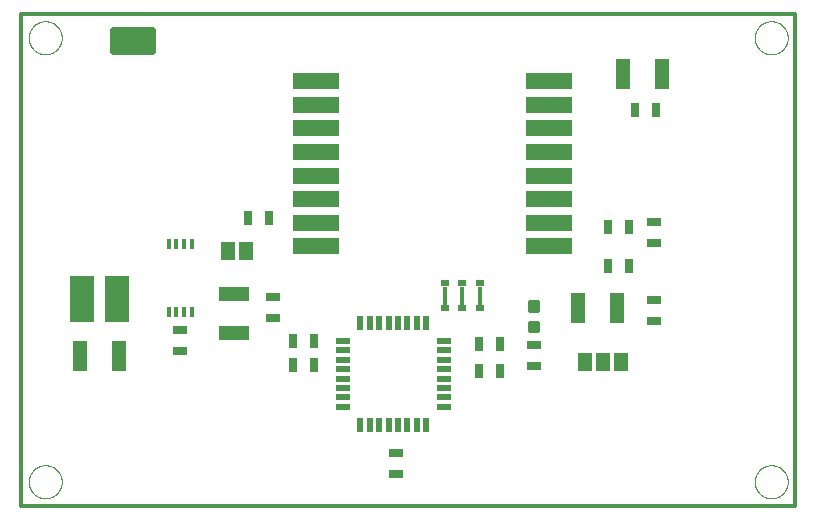
<source format=gtp>
G75*
%MOIN*%
%OFA0B0*%
%FSLAX25Y25*%
%IPPOS*%
%LPD*%
%AMOC8*
5,1,8,0,0,1.08239X$1,22.5*
%
%ADD10C,0.00000*%
%ADD11C,0.01200*%
%ADD12R,0.15748X0.05512*%
%ADD13R,0.04724X0.09843*%
%ADD14R,0.09843X0.04724*%
%ADD15R,0.07874X0.15748*%
%ADD16R,0.01575X0.03543*%
%ADD17R,0.04724X0.03150*%
%ADD18R,0.03150X0.04724*%
%ADD19R,0.04600X0.06300*%
%ADD20R,0.01575X0.06299*%
%ADD21R,0.03150X0.01969*%
%ADD22C,0.02362*%
%ADD23R,0.05000X0.02200*%
%ADD24R,0.02200X0.05000*%
%ADD25C,0.01181*%
D10*
X0004288Y0009800D02*
X0004290Y0009948D01*
X0004296Y0010096D01*
X0004306Y0010244D01*
X0004320Y0010391D01*
X0004338Y0010538D01*
X0004359Y0010684D01*
X0004385Y0010830D01*
X0004415Y0010975D01*
X0004448Y0011119D01*
X0004486Y0011262D01*
X0004527Y0011404D01*
X0004572Y0011545D01*
X0004620Y0011685D01*
X0004673Y0011824D01*
X0004729Y0011961D01*
X0004789Y0012096D01*
X0004852Y0012230D01*
X0004919Y0012362D01*
X0004990Y0012492D01*
X0005064Y0012620D01*
X0005141Y0012746D01*
X0005222Y0012870D01*
X0005306Y0012992D01*
X0005393Y0013111D01*
X0005484Y0013228D01*
X0005578Y0013343D01*
X0005674Y0013455D01*
X0005774Y0013565D01*
X0005876Y0013671D01*
X0005982Y0013775D01*
X0006090Y0013876D01*
X0006201Y0013974D01*
X0006314Y0014070D01*
X0006430Y0014162D01*
X0006548Y0014251D01*
X0006669Y0014336D01*
X0006792Y0014419D01*
X0006917Y0014498D01*
X0007044Y0014574D01*
X0007173Y0014646D01*
X0007304Y0014715D01*
X0007437Y0014780D01*
X0007572Y0014841D01*
X0007708Y0014899D01*
X0007845Y0014954D01*
X0007984Y0015004D01*
X0008125Y0015051D01*
X0008266Y0015094D01*
X0008409Y0015134D01*
X0008553Y0015169D01*
X0008697Y0015201D01*
X0008843Y0015228D01*
X0008989Y0015252D01*
X0009136Y0015272D01*
X0009283Y0015288D01*
X0009430Y0015300D01*
X0009578Y0015308D01*
X0009726Y0015312D01*
X0009874Y0015312D01*
X0010022Y0015308D01*
X0010170Y0015300D01*
X0010317Y0015288D01*
X0010464Y0015272D01*
X0010611Y0015252D01*
X0010757Y0015228D01*
X0010903Y0015201D01*
X0011047Y0015169D01*
X0011191Y0015134D01*
X0011334Y0015094D01*
X0011475Y0015051D01*
X0011616Y0015004D01*
X0011755Y0014954D01*
X0011892Y0014899D01*
X0012028Y0014841D01*
X0012163Y0014780D01*
X0012296Y0014715D01*
X0012427Y0014646D01*
X0012556Y0014574D01*
X0012683Y0014498D01*
X0012808Y0014419D01*
X0012931Y0014336D01*
X0013052Y0014251D01*
X0013170Y0014162D01*
X0013286Y0014070D01*
X0013399Y0013974D01*
X0013510Y0013876D01*
X0013618Y0013775D01*
X0013724Y0013671D01*
X0013826Y0013565D01*
X0013926Y0013455D01*
X0014022Y0013343D01*
X0014116Y0013228D01*
X0014207Y0013111D01*
X0014294Y0012992D01*
X0014378Y0012870D01*
X0014459Y0012746D01*
X0014536Y0012620D01*
X0014610Y0012492D01*
X0014681Y0012362D01*
X0014748Y0012230D01*
X0014811Y0012096D01*
X0014871Y0011961D01*
X0014927Y0011824D01*
X0014980Y0011685D01*
X0015028Y0011545D01*
X0015073Y0011404D01*
X0015114Y0011262D01*
X0015152Y0011119D01*
X0015185Y0010975D01*
X0015215Y0010830D01*
X0015241Y0010684D01*
X0015262Y0010538D01*
X0015280Y0010391D01*
X0015294Y0010244D01*
X0015304Y0010096D01*
X0015310Y0009948D01*
X0015312Y0009800D01*
X0015310Y0009652D01*
X0015304Y0009504D01*
X0015294Y0009356D01*
X0015280Y0009209D01*
X0015262Y0009062D01*
X0015241Y0008916D01*
X0015215Y0008770D01*
X0015185Y0008625D01*
X0015152Y0008481D01*
X0015114Y0008338D01*
X0015073Y0008196D01*
X0015028Y0008055D01*
X0014980Y0007915D01*
X0014927Y0007776D01*
X0014871Y0007639D01*
X0014811Y0007504D01*
X0014748Y0007370D01*
X0014681Y0007238D01*
X0014610Y0007108D01*
X0014536Y0006980D01*
X0014459Y0006854D01*
X0014378Y0006730D01*
X0014294Y0006608D01*
X0014207Y0006489D01*
X0014116Y0006372D01*
X0014022Y0006257D01*
X0013926Y0006145D01*
X0013826Y0006035D01*
X0013724Y0005929D01*
X0013618Y0005825D01*
X0013510Y0005724D01*
X0013399Y0005626D01*
X0013286Y0005530D01*
X0013170Y0005438D01*
X0013052Y0005349D01*
X0012931Y0005264D01*
X0012808Y0005181D01*
X0012683Y0005102D01*
X0012556Y0005026D01*
X0012427Y0004954D01*
X0012296Y0004885D01*
X0012163Y0004820D01*
X0012028Y0004759D01*
X0011892Y0004701D01*
X0011755Y0004646D01*
X0011616Y0004596D01*
X0011475Y0004549D01*
X0011334Y0004506D01*
X0011191Y0004466D01*
X0011047Y0004431D01*
X0010903Y0004399D01*
X0010757Y0004372D01*
X0010611Y0004348D01*
X0010464Y0004328D01*
X0010317Y0004312D01*
X0010170Y0004300D01*
X0010022Y0004292D01*
X0009874Y0004288D01*
X0009726Y0004288D01*
X0009578Y0004292D01*
X0009430Y0004300D01*
X0009283Y0004312D01*
X0009136Y0004328D01*
X0008989Y0004348D01*
X0008843Y0004372D01*
X0008697Y0004399D01*
X0008553Y0004431D01*
X0008409Y0004466D01*
X0008266Y0004506D01*
X0008125Y0004549D01*
X0007984Y0004596D01*
X0007845Y0004646D01*
X0007708Y0004701D01*
X0007572Y0004759D01*
X0007437Y0004820D01*
X0007304Y0004885D01*
X0007173Y0004954D01*
X0007044Y0005026D01*
X0006917Y0005102D01*
X0006792Y0005181D01*
X0006669Y0005264D01*
X0006548Y0005349D01*
X0006430Y0005438D01*
X0006314Y0005530D01*
X0006201Y0005626D01*
X0006090Y0005724D01*
X0005982Y0005825D01*
X0005876Y0005929D01*
X0005774Y0006035D01*
X0005674Y0006145D01*
X0005578Y0006257D01*
X0005484Y0006372D01*
X0005393Y0006489D01*
X0005306Y0006608D01*
X0005222Y0006730D01*
X0005141Y0006854D01*
X0005064Y0006980D01*
X0004990Y0007108D01*
X0004919Y0007238D01*
X0004852Y0007370D01*
X0004789Y0007504D01*
X0004729Y0007639D01*
X0004673Y0007776D01*
X0004620Y0007915D01*
X0004572Y0008055D01*
X0004527Y0008196D01*
X0004486Y0008338D01*
X0004448Y0008481D01*
X0004415Y0008625D01*
X0004385Y0008770D01*
X0004359Y0008916D01*
X0004338Y0009062D01*
X0004320Y0009209D01*
X0004306Y0009356D01*
X0004296Y0009504D01*
X0004290Y0009652D01*
X0004288Y0009800D01*
X0004288Y0157800D02*
X0004290Y0157948D01*
X0004296Y0158096D01*
X0004306Y0158244D01*
X0004320Y0158391D01*
X0004338Y0158538D01*
X0004359Y0158684D01*
X0004385Y0158830D01*
X0004415Y0158975D01*
X0004448Y0159119D01*
X0004486Y0159262D01*
X0004527Y0159404D01*
X0004572Y0159545D01*
X0004620Y0159685D01*
X0004673Y0159824D01*
X0004729Y0159961D01*
X0004789Y0160096D01*
X0004852Y0160230D01*
X0004919Y0160362D01*
X0004990Y0160492D01*
X0005064Y0160620D01*
X0005141Y0160746D01*
X0005222Y0160870D01*
X0005306Y0160992D01*
X0005393Y0161111D01*
X0005484Y0161228D01*
X0005578Y0161343D01*
X0005674Y0161455D01*
X0005774Y0161565D01*
X0005876Y0161671D01*
X0005982Y0161775D01*
X0006090Y0161876D01*
X0006201Y0161974D01*
X0006314Y0162070D01*
X0006430Y0162162D01*
X0006548Y0162251D01*
X0006669Y0162336D01*
X0006792Y0162419D01*
X0006917Y0162498D01*
X0007044Y0162574D01*
X0007173Y0162646D01*
X0007304Y0162715D01*
X0007437Y0162780D01*
X0007572Y0162841D01*
X0007708Y0162899D01*
X0007845Y0162954D01*
X0007984Y0163004D01*
X0008125Y0163051D01*
X0008266Y0163094D01*
X0008409Y0163134D01*
X0008553Y0163169D01*
X0008697Y0163201D01*
X0008843Y0163228D01*
X0008989Y0163252D01*
X0009136Y0163272D01*
X0009283Y0163288D01*
X0009430Y0163300D01*
X0009578Y0163308D01*
X0009726Y0163312D01*
X0009874Y0163312D01*
X0010022Y0163308D01*
X0010170Y0163300D01*
X0010317Y0163288D01*
X0010464Y0163272D01*
X0010611Y0163252D01*
X0010757Y0163228D01*
X0010903Y0163201D01*
X0011047Y0163169D01*
X0011191Y0163134D01*
X0011334Y0163094D01*
X0011475Y0163051D01*
X0011616Y0163004D01*
X0011755Y0162954D01*
X0011892Y0162899D01*
X0012028Y0162841D01*
X0012163Y0162780D01*
X0012296Y0162715D01*
X0012427Y0162646D01*
X0012556Y0162574D01*
X0012683Y0162498D01*
X0012808Y0162419D01*
X0012931Y0162336D01*
X0013052Y0162251D01*
X0013170Y0162162D01*
X0013286Y0162070D01*
X0013399Y0161974D01*
X0013510Y0161876D01*
X0013618Y0161775D01*
X0013724Y0161671D01*
X0013826Y0161565D01*
X0013926Y0161455D01*
X0014022Y0161343D01*
X0014116Y0161228D01*
X0014207Y0161111D01*
X0014294Y0160992D01*
X0014378Y0160870D01*
X0014459Y0160746D01*
X0014536Y0160620D01*
X0014610Y0160492D01*
X0014681Y0160362D01*
X0014748Y0160230D01*
X0014811Y0160096D01*
X0014871Y0159961D01*
X0014927Y0159824D01*
X0014980Y0159685D01*
X0015028Y0159545D01*
X0015073Y0159404D01*
X0015114Y0159262D01*
X0015152Y0159119D01*
X0015185Y0158975D01*
X0015215Y0158830D01*
X0015241Y0158684D01*
X0015262Y0158538D01*
X0015280Y0158391D01*
X0015294Y0158244D01*
X0015304Y0158096D01*
X0015310Y0157948D01*
X0015312Y0157800D01*
X0015310Y0157652D01*
X0015304Y0157504D01*
X0015294Y0157356D01*
X0015280Y0157209D01*
X0015262Y0157062D01*
X0015241Y0156916D01*
X0015215Y0156770D01*
X0015185Y0156625D01*
X0015152Y0156481D01*
X0015114Y0156338D01*
X0015073Y0156196D01*
X0015028Y0156055D01*
X0014980Y0155915D01*
X0014927Y0155776D01*
X0014871Y0155639D01*
X0014811Y0155504D01*
X0014748Y0155370D01*
X0014681Y0155238D01*
X0014610Y0155108D01*
X0014536Y0154980D01*
X0014459Y0154854D01*
X0014378Y0154730D01*
X0014294Y0154608D01*
X0014207Y0154489D01*
X0014116Y0154372D01*
X0014022Y0154257D01*
X0013926Y0154145D01*
X0013826Y0154035D01*
X0013724Y0153929D01*
X0013618Y0153825D01*
X0013510Y0153724D01*
X0013399Y0153626D01*
X0013286Y0153530D01*
X0013170Y0153438D01*
X0013052Y0153349D01*
X0012931Y0153264D01*
X0012808Y0153181D01*
X0012683Y0153102D01*
X0012556Y0153026D01*
X0012427Y0152954D01*
X0012296Y0152885D01*
X0012163Y0152820D01*
X0012028Y0152759D01*
X0011892Y0152701D01*
X0011755Y0152646D01*
X0011616Y0152596D01*
X0011475Y0152549D01*
X0011334Y0152506D01*
X0011191Y0152466D01*
X0011047Y0152431D01*
X0010903Y0152399D01*
X0010757Y0152372D01*
X0010611Y0152348D01*
X0010464Y0152328D01*
X0010317Y0152312D01*
X0010170Y0152300D01*
X0010022Y0152292D01*
X0009874Y0152288D01*
X0009726Y0152288D01*
X0009578Y0152292D01*
X0009430Y0152300D01*
X0009283Y0152312D01*
X0009136Y0152328D01*
X0008989Y0152348D01*
X0008843Y0152372D01*
X0008697Y0152399D01*
X0008553Y0152431D01*
X0008409Y0152466D01*
X0008266Y0152506D01*
X0008125Y0152549D01*
X0007984Y0152596D01*
X0007845Y0152646D01*
X0007708Y0152701D01*
X0007572Y0152759D01*
X0007437Y0152820D01*
X0007304Y0152885D01*
X0007173Y0152954D01*
X0007044Y0153026D01*
X0006917Y0153102D01*
X0006792Y0153181D01*
X0006669Y0153264D01*
X0006548Y0153349D01*
X0006430Y0153438D01*
X0006314Y0153530D01*
X0006201Y0153626D01*
X0006090Y0153724D01*
X0005982Y0153825D01*
X0005876Y0153929D01*
X0005774Y0154035D01*
X0005674Y0154145D01*
X0005578Y0154257D01*
X0005484Y0154372D01*
X0005393Y0154489D01*
X0005306Y0154608D01*
X0005222Y0154730D01*
X0005141Y0154854D01*
X0005064Y0154980D01*
X0004990Y0155108D01*
X0004919Y0155238D01*
X0004852Y0155370D01*
X0004789Y0155504D01*
X0004729Y0155639D01*
X0004673Y0155776D01*
X0004620Y0155915D01*
X0004572Y0156055D01*
X0004527Y0156196D01*
X0004486Y0156338D01*
X0004448Y0156481D01*
X0004415Y0156625D01*
X0004385Y0156770D01*
X0004359Y0156916D01*
X0004338Y0157062D01*
X0004320Y0157209D01*
X0004306Y0157356D01*
X0004296Y0157504D01*
X0004290Y0157652D01*
X0004288Y0157800D01*
X0246288Y0157800D02*
X0246290Y0157948D01*
X0246296Y0158096D01*
X0246306Y0158244D01*
X0246320Y0158391D01*
X0246338Y0158538D01*
X0246359Y0158684D01*
X0246385Y0158830D01*
X0246415Y0158975D01*
X0246448Y0159119D01*
X0246486Y0159262D01*
X0246527Y0159404D01*
X0246572Y0159545D01*
X0246620Y0159685D01*
X0246673Y0159824D01*
X0246729Y0159961D01*
X0246789Y0160096D01*
X0246852Y0160230D01*
X0246919Y0160362D01*
X0246990Y0160492D01*
X0247064Y0160620D01*
X0247141Y0160746D01*
X0247222Y0160870D01*
X0247306Y0160992D01*
X0247393Y0161111D01*
X0247484Y0161228D01*
X0247578Y0161343D01*
X0247674Y0161455D01*
X0247774Y0161565D01*
X0247876Y0161671D01*
X0247982Y0161775D01*
X0248090Y0161876D01*
X0248201Y0161974D01*
X0248314Y0162070D01*
X0248430Y0162162D01*
X0248548Y0162251D01*
X0248669Y0162336D01*
X0248792Y0162419D01*
X0248917Y0162498D01*
X0249044Y0162574D01*
X0249173Y0162646D01*
X0249304Y0162715D01*
X0249437Y0162780D01*
X0249572Y0162841D01*
X0249708Y0162899D01*
X0249845Y0162954D01*
X0249984Y0163004D01*
X0250125Y0163051D01*
X0250266Y0163094D01*
X0250409Y0163134D01*
X0250553Y0163169D01*
X0250697Y0163201D01*
X0250843Y0163228D01*
X0250989Y0163252D01*
X0251136Y0163272D01*
X0251283Y0163288D01*
X0251430Y0163300D01*
X0251578Y0163308D01*
X0251726Y0163312D01*
X0251874Y0163312D01*
X0252022Y0163308D01*
X0252170Y0163300D01*
X0252317Y0163288D01*
X0252464Y0163272D01*
X0252611Y0163252D01*
X0252757Y0163228D01*
X0252903Y0163201D01*
X0253047Y0163169D01*
X0253191Y0163134D01*
X0253334Y0163094D01*
X0253475Y0163051D01*
X0253616Y0163004D01*
X0253755Y0162954D01*
X0253892Y0162899D01*
X0254028Y0162841D01*
X0254163Y0162780D01*
X0254296Y0162715D01*
X0254427Y0162646D01*
X0254556Y0162574D01*
X0254683Y0162498D01*
X0254808Y0162419D01*
X0254931Y0162336D01*
X0255052Y0162251D01*
X0255170Y0162162D01*
X0255286Y0162070D01*
X0255399Y0161974D01*
X0255510Y0161876D01*
X0255618Y0161775D01*
X0255724Y0161671D01*
X0255826Y0161565D01*
X0255926Y0161455D01*
X0256022Y0161343D01*
X0256116Y0161228D01*
X0256207Y0161111D01*
X0256294Y0160992D01*
X0256378Y0160870D01*
X0256459Y0160746D01*
X0256536Y0160620D01*
X0256610Y0160492D01*
X0256681Y0160362D01*
X0256748Y0160230D01*
X0256811Y0160096D01*
X0256871Y0159961D01*
X0256927Y0159824D01*
X0256980Y0159685D01*
X0257028Y0159545D01*
X0257073Y0159404D01*
X0257114Y0159262D01*
X0257152Y0159119D01*
X0257185Y0158975D01*
X0257215Y0158830D01*
X0257241Y0158684D01*
X0257262Y0158538D01*
X0257280Y0158391D01*
X0257294Y0158244D01*
X0257304Y0158096D01*
X0257310Y0157948D01*
X0257312Y0157800D01*
X0257310Y0157652D01*
X0257304Y0157504D01*
X0257294Y0157356D01*
X0257280Y0157209D01*
X0257262Y0157062D01*
X0257241Y0156916D01*
X0257215Y0156770D01*
X0257185Y0156625D01*
X0257152Y0156481D01*
X0257114Y0156338D01*
X0257073Y0156196D01*
X0257028Y0156055D01*
X0256980Y0155915D01*
X0256927Y0155776D01*
X0256871Y0155639D01*
X0256811Y0155504D01*
X0256748Y0155370D01*
X0256681Y0155238D01*
X0256610Y0155108D01*
X0256536Y0154980D01*
X0256459Y0154854D01*
X0256378Y0154730D01*
X0256294Y0154608D01*
X0256207Y0154489D01*
X0256116Y0154372D01*
X0256022Y0154257D01*
X0255926Y0154145D01*
X0255826Y0154035D01*
X0255724Y0153929D01*
X0255618Y0153825D01*
X0255510Y0153724D01*
X0255399Y0153626D01*
X0255286Y0153530D01*
X0255170Y0153438D01*
X0255052Y0153349D01*
X0254931Y0153264D01*
X0254808Y0153181D01*
X0254683Y0153102D01*
X0254556Y0153026D01*
X0254427Y0152954D01*
X0254296Y0152885D01*
X0254163Y0152820D01*
X0254028Y0152759D01*
X0253892Y0152701D01*
X0253755Y0152646D01*
X0253616Y0152596D01*
X0253475Y0152549D01*
X0253334Y0152506D01*
X0253191Y0152466D01*
X0253047Y0152431D01*
X0252903Y0152399D01*
X0252757Y0152372D01*
X0252611Y0152348D01*
X0252464Y0152328D01*
X0252317Y0152312D01*
X0252170Y0152300D01*
X0252022Y0152292D01*
X0251874Y0152288D01*
X0251726Y0152288D01*
X0251578Y0152292D01*
X0251430Y0152300D01*
X0251283Y0152312D01*
X0251136Y0152328D01*
X0250989Y0152348D01*
X0250843Y0152372D01*
X0250697Y0152399D01*
X0250553Y0152431D01*
X0250409Y0152466D01*
X0250266Y0152506D01*
X0250125Y0152549D01*
X0249984Y0152596D01*
X0249845Y0152646D01*
X0249708Y0152701D01*
X0249572Y0152759D01*
X0249437Y0152820D01*
X0249304Y0152885D01*
X0249173Y0152954D01*
X0249044Y0153026D01*
X0248917Y0153102D01*
X0248792Y0153181D01*
X0248669Y0153264D01*
X0248548Y0153349D01*
X0248430Y0153438D01*
X0248314Y0153530D01*
X0248201Y0153626D01*
X0248090Y0153724D01*
X0247982Y0153825D01*
X0247876Y0153929D01*
X0247774Y0154035D01*
X0247674Y0154145D01*
X0247578Y0154257D01*
X0247484Y0154372D01*
X0247393Y0154489D01*
X0247306Y0154608D01*
X0247222Y0154730D01*
X0247141Y0154854D01*
X0247064Y0154980D01*
X0246990Y0155108D01*
X0246919Y0155238D01*
X0246852Y0155370D01*
X0246789Y0155504D01*
X0246729Y0155639D01*
X0246673Y0155776D01*
X0246620Y0155915D01*
X0246572Y0156055D01*
X0246527Y0156196D01*
X0246486Y0156338D01*
X0246448Y0156481D01*
X0246415Y0156625D01*
X0246385Y0156770D01*
X0246359Y0156916D01*
X0246338Y0157062D01*
X0246320Y0157209D01*
X0246306Y0157356D01*
X0246296Y0157504D01*
X0246290Y0157652D01*
X0246288Y0157800D01*
X0246288Y0009800D02*
X0246290Y0009948D01*
X0246296Y0010096D01*
X0246306Y0010244D01*
X0246320Y0010391D01*
X0246338Y0010538D01*
X0246359Y0010684D01*
X0246385Y0010830D01*
X0246415Y0010975D01*
X0246448Y0011119D01*
X0246486Y0011262D01*
X0246527Y0011404D01*
X0246572Y0011545D01*
X0246620Y0011685D01*
X0246673Y0011824D01*
X0246729Y0011961D01*
X0246789Y0012096D01*
X0246852Y0012230D01*
X0246919Y0012362D01*
X0246990Y0012492D01*
X0247064Y0012620D01*
X0247141Y0012746D01*
X0247222Y0012870D01*
X0247306Y0012992D01*
X0247393Y0013111D01*
X0247484Y0013228D01*
X0247578Y0013343D01*
X0247674Y0013455D01*
X0247774Y0013565D01*
X0247876Y0013671D01*
X0247982Y0013775D01*
X0248090Y0013876D01*
X0248201Y0013974D01*
X0248314Y0014070D01*
X0248430Y0014162D01*
X0248548Y0014251D01*
X0248669Y0014336D01*
X0248792Y0014419D01*
X0248917Y0014498D01*
X0249044Y0014574D01*
X0249173Y0014646D01*
X0249304Y0014715D01*
X0249437Y0014780D01*
X0249572Y0014841D01*
X0249708Y0014899D01*
X0249845Y0014954D01*
X0249984Y0015004D01*
X0250125Y0015051D01*
X0250266Y0015094D01*
X0250409Y0015134D01*
X0250553Y0015169D01*
X0250697Y0015201D01*
X0250843Y0015228D01*
X0250989Y0015252D01*
X0251136Y0015272D01*
X0251283Y0015288D01*
X0251430Y0015300D01*
X0251578Y0015308D01*
X0251726Y0015312D01*
X0251874Y0015312D01*
X0252022Y0015308D01*
X0252170Y0015300D01*
X0252317Y0015288D01*
X0252464Y0015272D01*
X0252611Y0015252D01*
X0252757Y0015228D01*
X0252903Y0015201D01*
X0253047Y0015169D01*
X0253191Y0015134D01*
X0253334Y0015094D01*
X0253475Y0015051D01*
X0253616Y0015004D01*
X0253755Y0014954D01*
X0253892Y0014899D01*
X0254028Y0014841D01*
X0254163Y0014780D01*
X0254296Y0014715D01*
X0254427Y0014646D01*
X0254556Y0014574D01*
X0254683Y0014498D01*
X0254808Y0014419D01*
X0254931Y0014336D01*
X0255052Y0014251D01*
X0255170Y0014162D01*
X0255286Y0014070D01*
X0255399Y0013974D01*
X0255510Y0013876D01*
X0255618Y0013775D01*
X0255724Y0013671D01*
X0255826Y0013565D01*
X0255926Y0013455D01*
X0256022Y0013343D01*
X0256116Y0013228D01*
X0256207Y0013111D01*
X0256294Y0012992D01*
X0256378Y0012870D01*
X0256459Y0012746D01*
X0256536Y0012620D01*
X0256610Y0012492D01*
X0256681Y0012362D01*
X0256748Y0012230D01*
X0256811Y0012096D01*
X0256871Y0011961D01*
X0256927Y0011824D01*
X0256980Y0011685D01*
X0257028Y0011545D01*
X0257073Y0011404D01*
X0257114Y0011262D01*
X0257152Y0011119D01*
X0257185Y0010975D01*
X0257215Y0010830D01*
X0257241Y0010684D01*
X0257262Y0010538D01*
X0257280Y0010391D01*
X0257294Y0010244D01*
X0257304Y0010096D01*
X0257310Y0009948D01*
X0257312Y0009800D01*
X0257310Y0009652D01*
X0257304Y0009504D01*
X0257294Y0009356D01*
X0257280Y0009209D01*
X0257262Y0009062D01*
X0257241Y0008916D01*
X0257215Y0008770D01*
X0257185Y0008625D01*
X0257152Y0008481D01*
X0257114Y0008338D01*
X0257073Y0008196D01*
X0257028Y0008055D01*
X0256980Y0007915D01*
X0256927Y0007776D01*
X0256871Y0007639D01*
X0256811Y0007504D01*
X0256748Y0007370D01*
X0256681Y0007238D01*
X0256610Y0007108D01*
X0256536Y0006980D01*
X0256459Y0006854D01*
X0256378Y0006730D01*
X0256294Y0006608D01*
X0256207Y0006489D01*
X0256116Y0006372D01*
X0256022Y0006257D01*
X0255926Y0006145D01*
X0255826Y0006035D01*
X0255724Y0005929D01*
X0255618Y0005825D01*
X0255510Y0005724D01*
X0255399Y0005626D01*
X0255286Y0005530D01*
X0255170Y0005438D01*
X0255052Y0005349D01*
X0254931Y0005264D01*
X0254808Y0005181D01*
X0254683Y0005102D01*
X0254556Y0005026D01*
X0254427Y0004954D01*
X0254296Y0004885D01*
X0254163Y0004820D01*
X0254028Y0004759D01*
X0253892Y0004701D01*
X0253755Y0004646D01*
X0253616Y0004596D01*
X0253475Y0004549D01*
X0253334Y0004506D01*
X0253191Y0004466D01*
X0253047Y0004431D01*
X0252903Y0004399D01*
X0252757Y0004372D01*
X0252611Y0004348D01*
X0252464Y0004328D01*
X0252317Y0004312D01*
X0252170Y0004300D01*
X0252022Y0004292D01*
X0251874Y0004288D01*
X0251726Y0004288D01*
X0251578Y0004292D01*
X0251430Y0004300D01*
X0251283Y0004312D01*
X0251136Y0004328D01*
X0250989Y0004348D01*
X0250843Y0004372D01*
X0250697Y0004399D01*
X0250553Y0004431D01*
X0250409Y0004466D01*
X0250266Y0004506D01*
X0250125Y0004549D01*
X0249984Y0004596D01*
X0249845Y0004646D01*
X0249708Y0004701D01*
X0249572Y0004759D01*
X0249437Y0004820D01*
X0249304Y0004885D01*
X0249173Y0004954D01*
X0249044Y0005026D01*
X0248917Y0005102D01*
X0248792Y0005181D01*
X0248669Y0005264D01*
X0248548Y0005349D01*
X0248430Y0005438D01*
X0248314Y0005530D01*
X0248201Y0005626D01*
X0248090Y0005724D01*
X0247982Y0005825D01*
X0247876Y0005929D01*
X0247774Y0006035D01*
X0247674Y0006145D01*
X0247578Y0006257D01*
X0247484Y0006372D01*
X0247393Y0006489D01*
X0247306Y0006608D01*
X0247222Y0006730D01*
X0247141Y0006854D01*
X0247064Y0006980D01*
X0246990Y0007108D01*
X0246919Y0007238D01*
X0246852Y0007370D01*
X0246789Y0007504D01*
X0246729Y0007639D01*
X0246673Y0007776D01*
X0246620Y0007915D01*
X0246572Y0008055D01*
X0246527Y0008196D01*
X0246486Y0008338D01*
X0246448Y0008481D01*
X0246415Y0008625D01*
X0246385Y0008770D01*
X0246359Y0008916D01*
X0246338Y0009062D01*
X0246320Y0009209D01*
X0246306Y0009356D01*
X0246296Y0009504D01*
X0246290Y0009652D01*
X0246288Y0009800D01*
D11*
X0001800Y0001800D02*
X0001800Y0165501D01*
X0001800Y0165800D02*
X0259800Y0165800D01*
X0259800Y0001800D01*
X0259721Y0001800D02*
X0001800Y0001800D01*
D12*
X0100020Y0088241D03*
X0100020Y0096115D03*
X0100020Y0103989D03*
X0100020Y0111863D03*
X0100020Y0119737D03*
X0100020Y0127611D03*
X0100020Y0135485D03*
X0100020Y0143359D03*
X0177580Y0143359D03*
X0177580Y0135485D03*
X0177580Y0127611D03*
X0177580Y0119737D03*
X0177580Y0111863D03*
X0177580Y0103989D03*
X0177580Y0096115D03*
X0177580Y0088241D03*
D13*
X0187304Y0067800D03*
X0200296Y0067800D03*
X0202304Y0145800D03*
X0215296Y0145800D03*
X0034296Y0051800D03*
X0021304Y0051800D03*
D14*
X0072800Y0059304D03*
X0072800Y0072296D03*
D15*
X0033706Y0070800D03*
X0021894Y0070800D03*
D16*
X0050961Y0066383D03*
X0053520Y0066383D03*
X0056080Y0066383D03*
X0058639Y0066383D03*
X0058639Y0089217D03*
X0056080Y0089217D03*
X0053520Y0089217D03*
X0050961Y0089217D03*
D17*
X0085800Y0071343D03*
X0085800Y0064257D03*
X0054800Y0060343D03*
X0054800Y0053257D03*
X0126800Y0019343D03*
X0126800Y0012257D03*
X0172800Y0048257D03*
X0172800Y0055343D03*
X0212800Y0063257D03*
X0212800Y0070343D03*
X0212800Y0089257D03*
X0212800Y0096343D03*
D18*
X0204343Y0094800D03*
X0197257Y0094800D03*
X0197257Y0081800D03*
X0204343Y0081800D03*
X0161343Y0055800D03*
X0154257Y0055800D03*
X0154257Y0046800D03*
X0161343Y0046800D03*
X0099343Y0048800D03*
X0092257Y0048800D03*
X0092257Y0056800D03*
X0099343Y0056800D03*
X0084343Y0097800D03*
X0077257Y0097800D03*
X0206257Y0133800D03*
X0213343Y0133800D03*
D19*
X0201800Y0049800D03*
X0195800Y0049800D03*
X0189800Y0049800D03*
X0076800Y0086800D03*
X0070800Y0086800D03*
D20*
X0142894Y0071800D03*
X0148800Y0071800D03*
X0154706Y0071800D03*
D21*
X0154706Y0067666D03*
X0148800Y0067666D03*
X0142894Y0067666D03*
X0142894Y0075934D03*
X0148800Y0075934D03*
X0154706Y0075934D03*
D22*
X0045296Y0153257D02*
X0032304Y0153257D01*
X0032304Y0160343D01*
X0045296Y0160343D01*
X0045296Y0153257D01*
X0045296Y0155618D02*
X0032304Y0155618D01*
X0032304Y0157979D02*
X0045296Y0157979D01*
X0045296Y0160340D02*
X0032304Y0160340D01*
D23*
X0108900Y0056824D03*
X0108900Y0053674D03*
X0108900Y0050524D03*
X0108900Y0047375D03*
X0108900Y0044225D03*
X0108900Y0041076D03*
X0108900Y0037926D03*
X0108900Y0034776D03*
X0142700Y0034776D03*
X0142700Y0037926D03*
X0142700Y0041076D03*
X0142700Y0044225D03*
X0142700Y0047375D03*
X0142700Y0050524D03*
X0142700Y0053674D03*
X0142700Y0056824D03*
D24*
X0136824Y0062700D03*
X0133674Y0062700D03*
X0130524Y0062700D03*
X0127375Y0062700D03*
X0124225Y0062700D03*
X0121076Y0062700D03*
X0117926Y0062700D03*
X0114776Y0062700D03*
X0114776Y0028900D03*
X0117926Y0028900D03*
X0121076Y0028900D03*
X0124225Y0028900D03*
X0127375Y0028900D03*
X0130524Y0028900D03*
X0133674Y0028900D03*
X0136824Y0028900D03*
D25*
X0171422Y0059969D02*
X0174178Y0059969D01*
X0171422Y0059969D02*
X0171422Y0062725D01*
X0174178Y0062725D01*
X0174178Y0059969D01*
X0174178Y0061149D02*
X0171422Y0061149D01*
X0171422Y0062329D02*
X0174178Y0062329D01*
X0174178Y0066875D02*
X0171422Y0066875D01*
X0171422Y0069631D01*
X0174178Y0069631D01*
X0174178Y0066875D01*
X0174178Y0068055D02*
X0171422Y0068055D01*
X0171422Y0069235D02*
X0174178Y0069235D01*
M02*

</source>
